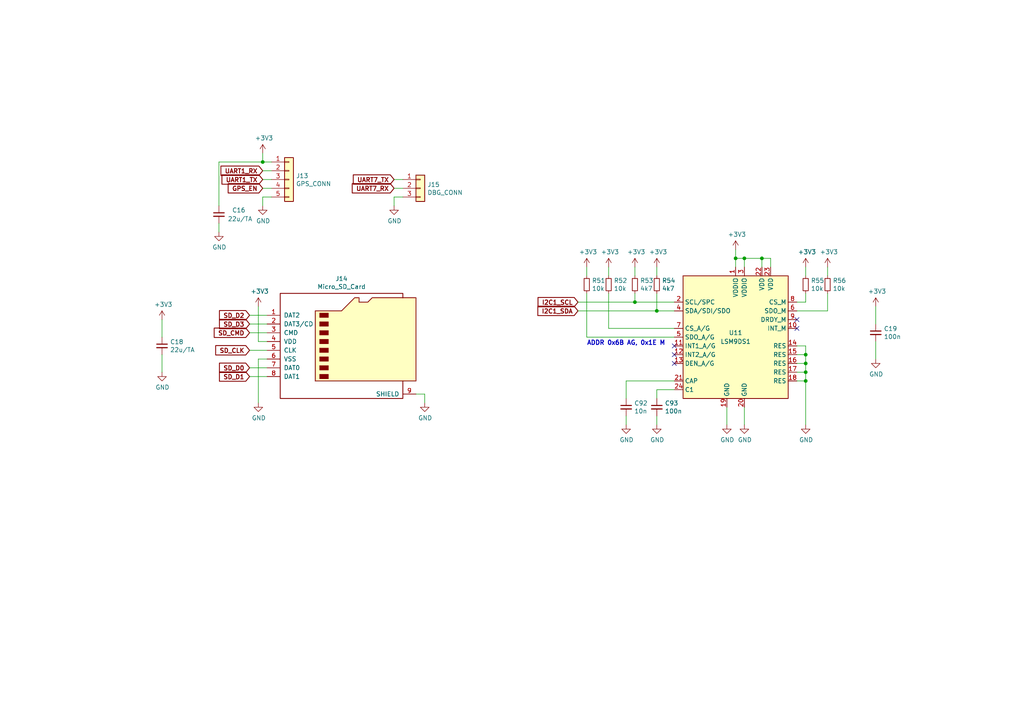
<source format=kicad_sch>
(kicad_sch (version 20211123) (generator eeschema)
  (paper "A4")
  (title_block (title "Connections") (comment 3 "Author: DB9MAT Mathis, SO3ALG Nikoloz, SP5WWP Wojciech") (comment 4 "TR-9 Open Source Digital Radio"))
  (lib_symbols
    (symbol "Mainboard-rescue:C_Small-Device" (pin_numbers hide) (pin_names (offset 0.254) hide)
      (property "Reference" "C" (at 0.254 1.778 0))
      (property "Value" "C_Small-Device" (at 0.254 -2.032 0))
      (symbol "C_Small-Device_0_1"
        (polyline (pts (xy -1.524 -0.508) (xy 1.524 -0.508)) (stroke (width 0.3302)))
        (polyline (pts (xy -1.524 0.508) (xy 1.524 0.508)) (stroke (width 0.3048)))
      )
      (symbol "C_Small-Device_1_1"
        (pin passive line (at 0 2.54 270) (length 2.032) (name "~") (number "1"))
        (pin passive line (at 0 -2.54 90) (length 2.032) (name "~") (number "2"))
      )
    )
    (symbol "Mainboard-rescue:C_Small-device" (pin_numbers hide) (pin_names (offset 0.254) hide)
      (property "Reference" "C" (at 0.254 1.778 0))
      (property "Value" "C_Small-device" (at 0.254 -2.032 0))
      (symbol "C_Small-device_0_1"
        (polyline (pts (xy -1.524 -0.508) (xy 1.524 -0.508)) (stroke (width 0.3302)))
        (polyline (pts (xy -1.524 0.508) (xy 1.524 0.508)) (stroke (width 0.3048)))
      )
      (symbol "C_Small-device_1_1"
        (pin passive line (at 0 2.54 270) (length 2.032) (name "~") (number "1"))
        (pin passive line (at 0 -2.54 90) (length 2.032) (name "~") (number "2"))
      )
    )
    (symbol "Mainboard-rescue:Conn_01x03-conn" (pin_names (offset 1.016) hide)
      (property "Reference" "J" (at 0 5.08 0))
      (property "Value" "Conn_01x03-conn" (at 0 -5.08 0))
      (symbol "Conn_01x03-conn_1_1"
        (rectangle (start -1.27 -2.413) (end 0 -2.667) (stroke (width 0.1524)))
        (rectangle (start -1.27 0.127) (end 0 -0.127) (stroke (width 0.1524)))
        (rectangle (start -1.27 2.667) (end 0 2.413) (stroke (width 0.1524)))
        (rectangle (start -1.27 3.81) (end 1.27 -3.81) (stroke (width 0.254)) (fill (type background)))
        (pin passive line (at -5.08 2.54 0) (length 3.81) (name "Pin_1") (number "1"))
        (pin passive line (at -5.08 0 0) (length 3.81) (name "Pin_2") (number "2"))
        (pin passive line (at -5.08 -2.54 0) (length 3.81) (name "Pin_3") (number "3"))
      )
    )
    (symbol "Mainboard-rescue:Conn_01x05-Connector_Generic" (pin_names (offset 1.016) hide)
      (property "Reference" "J" (at 0 7.62 0))
      (property "Value" "Conn_01x05-Connector_Generic" (at 0 -7.62 0))
      (symbol "Conn_01x05-Connector_Generic_1_1"
        (rectangle (start -1.27 -4.953) (end 0 -5.207) (stroke (width 0.1524)))
        (rectangle (start -1.27 -2.413) (end 0 -2.667) (stroke (width 0.1524)))
        (rectangle (start -1.27 0.127) (end 0 -0.127) (stroke (width 0.1524)))
        (rectangle (start -1.27 2.667) (end 0 2.413) (stroke (width 0.1524)))
        (rectangle (start -1.27 5.207) (end 0 4.953) (stroke (width 0.1524)))
        (rectangle (start -1.27 6.35) (end 1.27 -6.35) (stroke (width 0.254)) (fill (type background)))
        (pin passive line (at -5.08 5.08 0) (length 3.81) (name "Pin_1") (number "1"))
        (pin passive line (at -5.08 2.54 0) (length 3.81) (name "Pin_2") (number "2"))
        (pin passive line (at -5.08 0 0) (length 3.81) (name "Pin_3") (number "3"))
        (pin passive line (at -5.08 -2.54 0) (length 3.81) (name "Pin_4") (number "4"))
        (pin passive line (at -5.08 -5.08 0) (length 3.81) (name "Pin_5") (number "5"))
      )
    )
    (symbol "Mainboard-rescue:LSM9DS1-Sensor_Motion"
      (property "Reference" "U" (at -15.24 21.59 0))
      (property "Value" "LSM9DS1-Sensor_Motion" (at -15.24 19.05 0))
      (symbol "LSM9DS1-Sensor_Motion_0_1"
        (rectangle (start -15.24 17.78) (end 15.24 -17.78) (stroke (width 0.254)) (fill (type background)))
      )
      (symbol "LSM9DS1-Sensor_Motion_1_1"
        (pin power_in line (at 0 20.32 270) (length 2.54) (name "VDDIO") (number "1"))
        (pin output line (at 17.78 2.54 180) (length 2.54) (name "INT_M") (number "10"))
        (pin output line (at -17.78 -2.54 0) (length 2.54) (name "INT1_A/G") (number "11"))
        (pin output line (at -17.78 -5.08 0) (length 2.54) (name "INT2_A/G") (number "12"))
        (pin input line (at -17.78 -7.62 0) (length 2.54) (name "DEN_A/G") (number "13"))
        (pin bidirectional line (at 17.78 -2.54 180) (length 2.54) (name "RES") (number "14"))
        (pin bidirectional line (at 17.78 -5.08 180) (length 2.54) (name "RES") (number "15"))
        (pin bidirectional line (at 17.78 -7.62 180) (length 2.54) (name "RES") (number "16"))
        (pin bidirectional line (at 17.78 -10.16 180) (length 2.54) (name "RES") (number "17"))
        (pin bidirectional line (at 17.78 -12.7 180) (length 2.54) (name "RES") (number "18"))
        (pin power_in line (at -2.54 -20.32 90) (length 2.54) (name "GND") (number "19"))
        (pin input line (at -17.78 10.16 0) (length 2.54) (name "SCL/SPC") (number "2"))
        (pin power_in line (at 2.54 -20.32 90) (length 2.54) (name "GND") (number "20"))
        (pin passive line (at -17.78 -12.7 0) (length 2.54) (name "CAP") (number "21"))
        (pin power_in line (at 7.62 20.32 270) (length 2.54) (name "VDD") (number "22"))
        (pin power_in line (at 10.16 20.32 270) (length 2.54) (name "VDD") (number "23"))
        (pin passive line (at -17.78 -15.24 0) (length 2.54) (name "C1") (number "24"))
        (pin power_in line (at 2.54 20.32 270) (length 2.54) (name "VDDIO") (number "3"))
        (pin bidirectional line (at -17.78 7.62 0) (length 2.54) (name "SDA/SDI/SDO") (number "4"))
        (pin output line (at -17.78 0 0) (length 2.54) (name "SDO_A/G") (number "5"))
        (pin output line (at 17.78 7.62 180) (length 2.54) (name "SDO_M") (number "6"))
        (pin input line (at -17.78 2.54 0) (length 2.54) (name "CS_A/G") (number "7"))
        (pin input line (at 17.78 10.16 180) (length 2.54) (name "CS_M") (number "8"))
        (pin output line (at 17.78 5.08 180) (length 2.54) (name "DRDY_M") (number "9"))
      )
    )
    (symbol "Mainboard-rescue:Micro_SD_Card-conn" (pin_names (offset 1.016))
      (property "Reference" "J" (at -16.51 15.24 0))
      (property "Value" "Micro_SD_Card-conn" (at 16.51 15.24 0))
      (symbol "Micro_SD_Card-conn_0_1"
        (rectangle (start -7.62 -9.525) (end -5.08 -10.795) (fill (type outline)))
        (rectangle (start -7.62 -6.985) (end -5.08 -8.255) (fill (type outline)))
        (rectangle (start -7.62 -4.445) (end -5.08 -5.715) (fill (type outline)))
        (rectangle (start -7.62 -1.905) (end -5.08 -3.175) (fill (type outline)))
        (rectangle (start -7.62 0.635) (end -5.08 -0.635) (fill (type outline)))
        (rectangle (start -7.62 3.175) (end -5.08 1.905) (fill (type outline)))
        (rectangle (start -7.62 5.715) (end -5.08 4.445) (fill (type outline)))
        (rectangle (start -7.62 8.255) (end -5.08 6.985) (fill (type outline)))
        (polyline (pts (xy 16.51 12.7) (xy 16.51 13.97) (xy -19.05 13.97) (xy -19.05 -16.51) (xy 16.51 -16.51) (xy 16.51 -11.43)) (stroke (width 0.254)))
        (polyline (pts (xy -8.89 -11.43) (xy -8.89 8.89) (xy -1.27 8.89) (xy 2.54 12.7) (xy 3.81 12.7) (xy 3.81 11.43) (xy 6.35 11.43) (xy 7.62 12.7) (xy 20.32 12.7) (xy 20.32 -11.43) (xy -8.89 -11.43)) (stroke (width 0.254)) (fill (type background)))
      )
      (symbol "Micro_SD_Card-conn_1_1"
        (pin bidirectional line (at -22.86 7.62 0) (length 3.81) (name "DAT2") (number "1"))
        (pin bidirectional line (at -22.86 5.08 0) (length 3.81) (name "DAT3/CD") (number "2"))
        (pin input line (at -22.86 2.54 0) (length 3.81) (name "CMD") (number "3"))
        (pin power_in line (at -22.86 0 0) (length 3.81) (name "VDD") (number "4"))
        (pin input line (at -22.86 -2.54 0) (length 3.81) (name "CLK") (number "5"))
        (pin power_in line (at -22.86 -5.08 0) (length 3.81) (name "VSS") (number "6"))
        (pin input line (at -22.86 -7.62 0) (length 3.81) (name "DAT0") (number "7"))
        (pin input line (at -22.86 -10.16 0) (length 3.81) (name "DAT1") (number "8"))
        (pin passive line (at 20.32 -15.24 180) (length 3.81) (name "SHIELD") (number "9"))
      )
    )
    (symbol "Mainboard-rescue:R_Small-Device" (pin_numbers hide) (pin_names (offset 0.254) hide)
      (property "Reference" "R" (at 0.762 0.508 0))
      (property "Value" "R_Small-Device" (at 0.762 -1.016 0))
      (symbol "R_Small-Device_0_1"
        (rectangle (start -0.762 1.778) (end 0.762 -1.778) (stroke (width 0.2032)))
      )
      (symbol "R_Small-Device_1_1"
        (pin passive line (at 0 2.54 270) (length 0.762) (name "~") (number "1"))
        (pin passive line (at 0 -2.54 90) (length 0.762) (name "~") (number "2"))
      )
    )
    (symbol "power:+3V3" (power) (pin_names (offset 0))
      (property "Value" "+3V3" (at 0 3.556 0))
      (symbol "+3V3_0_1"
        (polyline (pts (xy -0.762 1.27) (xy 0 2.54)))
        (polyline (pts (xy 0 0) (xy 0 2.54)))
        (polyline (pts (xy 0 2.54) (xy 0.762 1.27)))
      )
      (symbol "+3V3_1_1"
        (pin power_in line (at 0 0 90) (length 0) hide (name "+3V3") (number "1"))
      )
    )
    (symbol "power:GND" (power) (pin_names (offset 0))
      (property "Value" "GND" (at 0 -3.81 0))
      (symbol "GND_0_1"
        (polyline (pts (xy 0 0) (xy 0 -1.27) (xy 1.27 -1.27) (xy 0 -2.54) (xy -1.27 -1.27) (xy 0 -1.27)))
      )
      (symbol "GND_1_1"
        (pin power_in line (at 0 0 270) (length 0) hide (name "GND") (number "1"))
      )
    )
  )
  (junction (at 190.5 90.17))
  (junction (at 233.68 107.95))
  (junction (at 233.68 105.41))
  (junction (at 215.9 74.93))
  (junction (at 233.68 110.49))
  (junction (at 233.68 102.87))
  (junction (at 184.15 87.63))
  (junction (at 220.98 74.93))
  (junction (at 76.2 46.99))
  (junction (at 213.36 74.93))
  (no_connect (at 231.14 95.25))
  (no_connect (at 231.14 92.71))
  (no_connect (at 195.58 105.41))
  (no_connect (at 195.58 100.33))
  (no_connect (at 195.58 102.87))
  (wire (pts (xy 190.5 77.47) (xy 190.5 80.01)))
  (wire (pts (xy 46.99 102.87) (xy 46.99 107.95)))
  (wire (pts (xy 233.68 102.87) (xy 233.68 105.41)))
  (wire (pts (xy 123.19 114.3) (xy 123.19 116.84)))
  (wire (pts (xy 181.61 110.49) (xy 181.61 115.57)))
  (wire (pts (xy 240.03 80.01) (xy 240.03 77.47)))
  (wire (pts (xy 233.68 110.49) (xy 233.68 123.19)))
  (wire (pts (xy 74.93 99.06) (xy 74.93 88.9)))
  (wire (pts (xy 72.39 93.98) (xy 77.47 93.98)))
  (wire (pts (xy 210.82 118.11) (xy 210.82 123.19)))
  (wire (pts (xy 77.47 99.06) (xy 74.93 99.06)))
  (wire (pts (xy 76.2 57.15) (xy 78.74 57.15)))
  (wire (pts (xy 215.9 74.93) (xy 215.9 77.47)))
  (wire (pts (xy 184.15 77.47) (xy 184.15 80.01)))
  (wire (pts (xy 231.14 100.33) (xy 233.68 100.33)))
  (wire (pts (xy 76.2 54.61) (xy 78.74 54.61)))
  (wire (pts (xy 195.58 113.03) (xy 190.5 113.03)))
  (wire (pts (xy 215.9 74.93) (xy 220.98 74.93)))
  (wire (pts (xy 181.61 120.65) (xy 181.61 123.19)))
  (wire (pts (xy 190.5 113.03) (xy 190.5 115.57)))
  (wire (pts (xy 76.2 44.45) (xy 76.2 46.99)))
  (wire (pts (xy 195.58 110.49) (xy 181.61 110.49)))
  (wire (pts (xy 170.18 77.47) (xy 170.18 80.01)))
  (wire (pts (xy 176.53 95.25) (xy 176.53 85.09)))
  (wire (pts (xy 231.14 87.63) (xy 233.68 87.63)))
  (wire (pts (xy 231.14 105.41) (xy 233.68 105.41)))
  (wire (pts (xy 213.36 72.39) (xy 213.36 74.93)))
  (wire (pts (xy 233.68 105.41) (xy 233.68 107.95)))
  (wire (pts (xy 170.18 97.79) (xy 170.18 85.09)))
  (wire (pts (xy 220.98 74.93) (xy 220.98 77.47)))
  (wire (pts (xy 231.14 90.17) (xy 240.03 90.17)))
  (wire (pts (xy 233.68 77.47) (xy 233.68 80.01)))
  (wire (pts (xy 63.5 59.69) (xy 63.5 46.99)))
  (wire (pts (xy 76.2 46.99) (xy 78.74 46.99)))
  (wire (pts (xy 76.2 59.69) (xy 76.2 57.15)))
  (wire (pts (xy 114.3 52.07) (xy 116.84 52.07)))
  (wire (pts (xy 233.68 100.33) (xy 233.68 102.87)))
  (wire (pts (xy 72.39 109.22) (xy 77.47 109.22)))
  (wire (pts (xy 78.74 52.07) (xy 76.2 52.07)))
  (wire (pts (xy 190.5 120.65) (xy 190.5 123.19)))
  (wire (pts (xy 74.93 104.14) (xy 74.93 116.84)))
  (wire (pts (xy 190.5 90.17) (xy 195.58 90.17)))
  (wire (pts (xy 231.14 107.95) (xy 233.68 107.95)))
  (wire (pts (xy 184.15 87.63) (xy 184.15 85.09)))
  (wire (pts (xy 72.39 96.52) (xy 77.47 96.52)))
  (wire (pts (xy 213.36 74.93) (xy 215.9 74.93)))
  (wire (pts (xy 233.68 87.63) (xy 233.68 85.09)))
  (wire (pts (xy 120.65 114.3) (xy 123.19 114.3)))
  (wire (pts (xy 176.53 77.47) (xy 176.53 80.01)))
  (wire (pts (xy 231.14 102.87) (xy 233.68 102.87)))
  (wire (pts (xy 184.15 87.63) (xy 195.58 87.63)))
  (wire (pts (xy 213.36 74.93) (xy 213.36 77.47)))
  (wire (pts (xy 223.52 74.93) (xy 223.52 77.47)))
  (wire (pts (xy 46.99 92.71) (xy 46.99 97.79)))
  (wire (pts (xy 195.58 97.79) (xy 170.18 97.79)))
  (wire (pts (xy 114.3 59.69) (xy 114.3 57.15)))
  (wire (pts (xy 72.39 106.68) (xy 77.47 106.68)))
  (wire (pts (xy 231.14 110.49) (xy 233.68 110.49)))
  (wire (pts (xy 220.98 74.93) (xy 223.52 74.93)))
  (wire (pts (xy 63.5 64.77) (xy 63.5 67.31)))
  (wire (pts (xy 114.3 54.61) (xy 116.84 54.61)))
  (wire (pts (xy 215.9 118.11) (xy 215.9 123.19)))
  (wire (pts (xy 77.47 104.14) (xy 74.93 104.14)))
  (wire (pts (xy 167.64 87.63) (xy 184.15 87.63)))
  (wire (pts (xy 72.39 101.6) (xy 77.47 101.6)))
  (wire (pts (xy 72.39 91.44) (xy 77.47 91.44)))
  (wire (pts (xy 233.68 107.95) (xy 233.68 110.49)))
  (wire (pts (xy 254 99.06) (xy 254 104.14)))
  (wire (pts (xy 63.5 46.99) (xy 76.2 46.99)))
  (wire (pts (xy 78.74 49.53) (xy 76.2 49.53)))
  (wire (pts (xy 195.58 95.25) (xy 176.53 95.25)))
  (wire (pts (xy 114.3 57.15) (xy 116.84 57.15)))
  (wire (pts (xy 167.64 90.17) (xy 190.5 90.17)))
  (wire (pts (xy 190.5 90.17) (xy 190.5 85.09)))
  (wire (pts (xy 254 88.9) (xy 254 93.98)))
  (wire (pts (xy 240.03 90.17) (xy 240.03 85.09)))
  (text "ADDR 0x6B AG, 0x1E M" (at 170.18 100.33 0) (effects (font (size 1.27 1.27) (thickness 0.254) bold) (justify left bottom)))
  (global_label "UART7_RX" (shape input) (at 114.3 54.61 180) (effects (font (thickness 0.254) bold)) (property "Intersheet References" "${INTERSHEET_REFS}" (effects hide)))
  (global_label "SD_D3" (shape input) (at 72.39 93.98 180) (effects (font (thickness 0.254) bold)) (property "Intersheet References" "${INTERSHEET_REFS}" (effects hide)))
  (global_label "SD_D0" (shape input) (at 72.39 106.68 180) (effects (font (thickness 0.254) bold)) (property "Intersheet References" "${INTERSHEET_REFS}" (effects hide)))
  (global_label "SD_D1" (shape input) (at 72.39 109.22 180) (effects (font (thickness 0.254) bold)) (property "Intersheet References" "${INTERSHEET_REFS}" (effects hide)))
  (global_label "UART7_TX" (shape input) (at 114.3 52.07 180) (effects (font (thickness 0.254) bold)) (property "Intersheet References" "${INTERSHEET_REFS}" (effects hide)))
  (global_label "GPS_EN" (shape input) (at 76.2 54.61 180) (effects (font (thickness 0.254) bold)) (property "Intersheet References" "${INTERSHEET_REFS}" (effects hide)))
  (global_label "UART1_RX" (shape input) (at 76.2 49.53 180) (effects (font (thickness 0.254) bold)) (property "Intersheet References" "${INTERSHEET_REFS}" (effects hide)))
  (global_label "I2C1_SCL" (shape input) (at 167.64 87.63 180) (effects (font (thickness 0.254) bold)) (property "Intersheet References" "${INTERSHEET_REFS}" (effects hide)))
  (global_label "SD_CLK" (shape input) (at 72.39 101.6 180) (effects (font (thickness 0.254) bold)) (property "Intersheet References" "${INTERSHEET_REFS}" (effects hide)))
  (global_label "I2C1_SDA" (shape input) (at 167.64 90.17 180) (effects (font (thickness 0.254) bold)) (property "Intersheet References" "${INTERSHEET_REFS}" (effects hide)))
  (global_label "SD_D2" (shape input) (at 72.39 91.44 180) (effects (font (thickness 0.254) bold)) (property "Intersheet References" "${INTERSHEET_REFS}" (effects hide)))
  (global_label "UART1_TX" (shape input) (at 76.2 52.07 180) (effects (font (thickness 0.254) bold)) (property "Intersheet References" "${INTERSHEET_REFS}" (effects hide)))
  (global_label "SD_CMD" (shape input) (at 72.39 96.52 180) (effects (font (thickness 0.254) bold)) (property "Intersheet References" "${INTERSHEET_REFS}" (effects hide)))
  (symbol (lib_id "Mainboard-rescue:LSM9DS1-Sensor_Motion") (at 213.36 97.79 0) (unit 1)
    (property "Reference" "U11" (at 213.36 96.52 0))
    (property "Value" "LSM9DS1" (at 213.36 99.06 0))
    (property "Footprint" "Package_LGA:LGA-24L_3x3.5mm_P0.43mm" (effects hide))
    (property "Datasheet" "http://www.st.com/content/ccc/resource/technical/document/datasheet/1e/3f/2a/d6/25/eb/48/46/DM00103319.pdf/files/DM00103319.pdf/jcr:content/translations/en.DM00103319.pdf" (effects hide))
  )
  (symbol (lib_id "power:+3V3") (at 213.36 72.39 0) (unit 1)
    (property "Reference" "#PWR0166" (effects hide))
    (property "Value" "+3V3" (at 213.741 67.9958 0))
  )
  (symbol (lib_id "power:GND") (at 210.82 123.19 0) (unit 1)
    (property "Reference" "#PWR0165" (effects hide))
    (property "Value" "GND" (at 210.947 127.5842 0))
  )
  (symbol (lib_id "power:GND") (at 215.9 123.19 0) (unit 1)
    (property "Reference" "#PWR0167" (effects hide))
    (property "Value" "GND" (at 216.027 127.5842 0))
  )
  (symbol (lib_id "power:GND") (at 233.68 123.19 0) (unit 1)
    (property "Reference" "#PWR0169" (effects hide))
    (property "Value" "GND" (at 233.807 127.5842 0))
  )
  (symbol (lib_id "Mainboard-rescue:R_Small-Device") (at 190.5 82.55 0) (unit 1)
    (property "Reference" "R54" (at 191.9986 81.3816 0) (effects (justify left)))
    (property "Value" "4k7" (at 191.9986 83.693 0) (effects (justify left)))
    (property "Footprint" "Resistor_SMD:R_0603_1608Metric" (effects hide))
    (property "Power" "0.125" (effects hide))
    (property "Tolerance" "5" (effects hide))
  )
  (symbol (lib_id "Mainboard-rescue:R_Small-Device") (at 184.15 82.55 0) (unit 1)
    (property "Reference" "R53" (at 185.6486 81.3816 0) (effects (justify left)))
    (property "Value" "4k7" (at 185.6486 83.693 0) (effects (justify left)))
    (property "Footprint" "Resistor_SMD:R_0603_1608Metric" (effects hide))
    (property "Power" "0.125" (effects hide))
    (property "Tolerance" "5" (effects hide))
  )
  (symbol (lib_id "power:+3V3") (at 190.5 77.47 0) (unit 1)
    (property "Reference" "#PWR0163" (effects hide))
    (property "Value" "+3V3" (at 190.881 73.0758 0))
  )
  (symbol (lib_id "power:+3V3") (at 184.15 77.47 0) (unit 1)
    (property "Reference" "#PWR0162" (effects hide))
    (property "Value" "+3V3" (at 184.531 73.0758 0))
  )
  (symbol (lib_id "Mainboard-rescue:C_Small-Device") (at 190.5 118.11 0) (unit 1)
    (property "Reference" "C93" (at 192.8368 116.9416 0) (effects (justify left)))
    (property "Value" "100n" (at 192.8368 119.253 0) (effects (justify left)))
    (property "Footprint" "Capacitor_SMD:C_0603_1608Metric" (effects hide))
    (property "Voltage" "50" (effects hide))
    (property "Tolerance" "10" (effects hide))
    (property "TempCoef" "X7R" (effects hide))
  )
  (symbol (lib_id "Mainboard-rescue:C_Small-Device") (at 181.61 118.11 0) (unit 1)
    (property "Reference" "C92" (at 183.9468 116.9416 0) (effects (justify left)))
    (property "Value" "10n" (at 183.9468 119.253 0) (effects (justify left)))
    (property "Footprint" "Capacitor_SMD:C_0603_1608Metric" (effects hide))
    (property "Tolerance" "10" (effects hide))
    (property "Voltage" "50" (effects hide))
    (property "TempCoef" "X7R" (effects hide))
  )
  (symbol (lib_id "power:GND") (at 76.2 59.69 0) (unit 1)
    (property "Reference" "#PWR0156" (effects hide))
    (property "Value" "GND" (at 76.327 64.0842 0))
  )
  (symbol (lib_id "Mainboard-rescue:Conn_01x03-conn") (at 121.92 54.61 0) (unit 1)
    (property "Reference" "J15" (at 123.952 53.5432 0) (effects (justify left)))
    (property "Value" "DBG_CONN" (at 123.952 55.8546 0) (effects (justify left)))
    (property "Footprint" "Connector_PinHeader_1.27mm:PinHeader_1x03_P1.27mm_Vertical" (effects hide))
  )
  (symbol (lib_id "power:GND") (at 114.3 59.69 0) (unit 1)
    (property "Reference" "#PWR0157" (effects hide))
    (property "Value" "GND" (at 114.427 64.0842 0))
  )
  (symbol (lib_id "power:GND") (at 190.5 123.19 0) (unit 1)
    (property "Reference" "#PWR0164" (effects hide))
    (property "Value" "GND" (at 190.627 127.5842 0))
  )
  (symbol (lib_id "power:GND") (at 181.61 123.19 0) (unit 1)
    (property "Reference" "#PWR0161" (effects hide))
    (property "Value" "GND" (at 181.737 127.5842 0))
  )
  (symbol (lib_id "Mainboard-rescue:Micro_SD_Card-conn") (at 100.33 99.06 0) (unit 1)
    (property "Reference" "J14" (at 99.06 80.8482 0))
    (property "Value" "Micro_SD_Card" (at 99.06 83.1596 0))
    (property "Footprint" "TR-9:microSD" (effects hide))
    (property "Datasheet" "https://www.tme.com/Document/8fd521553fd3d4780cc7bd112fec63d4/TME%20-%20MCSP-Q1-08-A-SG-TR%20%2820131216%29.pdf" (effects hide))
    (property "Partno" "AdamTech MCSP-Q1-08-A-SG" (effects hide))
  )
  (symbol (lib_id "Mainboard-rescue:R_Small-Device") (at 176.53 82.55 0) (unit 1)
    (property "Reference" "R52" (at 178.0286 81.3816 0) (effects (justify left)))
    (property "Value" "10k" (at 178.0286 83.693 0) (effects (justify left)))
    (property "Footprint" "Resistor_SMD:R_0603_1608Metric" (effects hide))
    (property "Power" "0.125" (effects hide))
    (property "Tolerance" "5" (effects hide))
  )
  (symbol (lib_id "Mainboard-rescue:R_Small-Device") (at 233.68 82.55 0) (unit 1)
    (property "Reference" "R55" (at 235.1786 81.3816 0) (effects (justify left)))
    (property "Value" "10k" (at 235.1786 83.693 0) (effects (justify left)))
    (property "Footprint" "Resistor_SMD:R_0603_1608Metric" (effects hide))
    (property "Power" "0.125" (effects hide))
    (property "Tolerance" "5" (effects hide))
  )
  (symbol (lib_id "power:GND") (at 74.93 116.84 0) (unit 1)
    (property "Reference" "#PWR0154" (effects hide))
    (property "Value" "GND" (at 75.057 121.2342 0))
  )
  (symbol (lib_id "power:GND") (at 123.19 116.84 0) (unit 1)
    (property "Reference" "#PWR0158" (effects hide))
    (property "Value" "GND" (at 123.317 121.2342 0))
  )
  (symbol (lib_id "power:+3V3") (at 74.93 88.9 0) (unit 1)
    (property "Reference" "#PWR0153" (effects hide))
    (property "Value" "+3V3" (at 75.311 84.5058 0))
  )
  (symbol (lib_id "power:+3V3") (at 176.53 77.47 0) (unit 1)
    (property "Reference" "#PWR0160" (effects hide))
    (property "Value" "+3V3" (at 176.911 73.0758 0))
  )
  (symbol (lib_id "power:+3V3") (at 233.68 77.47 0) (unit 1)
    (property "Reference" "#PWR0168" (effects hide))
    (property "Value" "+3V3" (at 234.061 73.0758 0))
  )
  (symbol (lib_id "Mainboard-rescue:R_Small-Device") (at 240.03 82.55 0) (unit 1)
    (property "Reference" "R56" (at 241.5286 81.3816 0) (effects (justify left)))
    (property "Value" "10k" (at 241.5286 83.693 0) (effects (justify left)))
    (property "Footprint" "Resistor_SMD:R_0603_1608Metric" (effects hide))
    (property "Power" "0.125" (effects hide))
    (property "Tolerance" "5" (effects hide))
  )
  (symbol (lib_id "Mainboard-rescue:R_Small-Device") (at 170.18 82.55 0) (unit 1)
    (property "Reference" "R51" (at 171.6786 81.3816 0) (effects (justify left)))
    (property "Value" "10k" (at 171.6786 83.693 0) (effects (justify left)))
    (property "Footprint" "Resistor_SMD:R_0603_1608Metric" (effects hide))
    (property "Power" "0.125" (effects hide))
    (property "Tolerance" "5" (effects hide))
  )
  (symbol (lib_id "power:+3V3") (at 170.18 77.47 0) (unit 1)
    (property "Reference" "#PWR0159" (effects hide))
    (property "Value" "+3V3" (at 170.561 73.0758 0))
  )
  (symbol (lib_id "power:+3V3") (at 240.03 77.47 0) (unit 1)
    (property "Reference" "#PWR0170" (effects hide))
    (property "Value" "+3V3" (at 240.411 73.0758 0))
  )
  (symbol (lib_id "Mainboard-rescue:Conn_01x05-Connector_Generic") (at 83.82 52.07 0) (unit 1)
    (property "Reference" "J13" (at 85.852 51.0032 0) (effects (justify left)))
    (property "Value" "GPS_CONN" (at 85.852 53.3146 0) (effects (justify left)))
    (property "Footprint" "Connector_PinHeader_1.27mm:PinHeader_1x05_P1.27mm_Vertical" (effects hide))
  )
  (symbol (lib_id "power:+3V3") (at 76.2 44.45 0) (unit 1)
    (property "Reference" "#PWR0155" (effects hide))
    (property "Value" "+3V3" (at 76.581 40.0558 0))
  )
  (symbol (lib_id "Mainboard-rescue:C_Small-device") (at 63.5 62.23 0) (unit 1)
    (property "Reference" "C16" (at 67.31 60.96 0) (effects (justify left)))
    (property "Value" "22u/TA" (at 66.04 63.5 0) (effects (justify left)))
    (property "Footprint" "Capacitor_Tantalum_SMD:CP_EIA-3216-18_Kemet-A" (effects hide))
    (property "Partno" "TAJA226K006RNJV" (effects hide))
    (property "Tolerance" "10" (effects hide))
    (property "Voltage" "10" (effects hide))
    (property "TempCoef" "TANTAL" (effects hide))
  )
  (symbol (lib_id "power:GND") (at 63.5 67.31 0) (unit 1)
    (property "Reference" "#PWR0181" (effects hide))
    (property "Value" "GND" (at 63.627 71.7042 0))
  )
  (symbol (lib_id "Mainboard-rescue:C_Small-device") (at 46.99 100.33 0) (unit 1)
    (property "Reference" "C18" (at 49.3268 99.1616 0) (effects (justify left)))
    (property "Value" "22u/TA" (at 49.3268 101.473 0) (effects (justify left)))
    (property "Footprint" "Capacitor_Tantalum_SMD:CP_EIA-3216-18_Kemet-A" (effects hide))
    (property "Partno" "TAJA226K006RNJV" (effects hide))
    (property "Tolerance" "10" (effects hide))
    (property "Voltage" "10" (effects hide))
    (property "TempCoef" "TANTAL" (effects hide))
  )
  (symbol (lib_id "power:+3V3") (at 46.99 92.71 0) (unit 1)
    (property "Reference" "#PWR0202" (effects hide))
    (property "Value" "+3V3" (at 47.371 88.3158 0))
  )
  (symbol (lib_id "power:GND") (at 46.99 107.95 0) (unit 1)
    (property "Reference" "#PWR0203" (effects hide))
    (property "Value" "GND" (at 47.117 112.3442 0))
  )
  (symbol (lib_id "power:+3V3") (at 254 88.9 0) (unit 1)
    (property "Reference" "#PWR0204" (effects hide))
    (property "Value" "+3V3" (at 254.381 84.5058 0))
  )
  (symbol (lib_id "power:GND") (at 254 104.14 0) (unit 1)
    (property "Reference" "#PWR0205" (effects hide))
    (property "Value" "GND" (at 254.127 108.5342 0))
  )
  (symbol (lib_id "Mainboard-rescue:C_Small-Device") (at 254 96.52 0) (unit 1)
    (property "Reference" "C19" (at 256.3368 95.3516 0) (effects (justify left)))
    (property "Value" "100n" (at 256.3368 97.663 0) (effects (justify left)))
    (property "Footprint" "Capacitor_SMD:C_0603_1608Metric" (effects hide))
    (property "Voltage" "50" (effects hide))
    (property "Tolerance" "10" (effects hide))
    (property "TempCoef" "X7R" (effects hide))
  )
)
</source>
